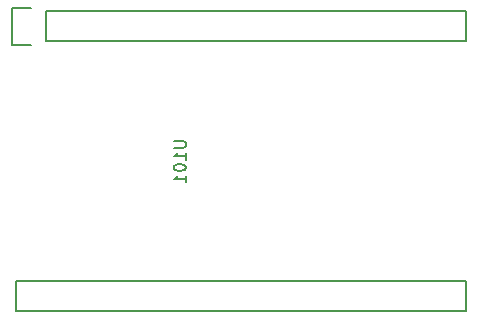
<source format=gbr>
G04 #@! TF.FileFunction,Legend,Bot*
%FSLAX46Y46*%
G04 Gerber Fmt 4.6, Leading zero omitted, Abs format (unit mm)*
G04 Created by KiCad (PCBNEW 4.0.2+dfsg1-stable) date sáb 03 jun 2017 08:22:58 CEST*
%MOMM*%
G01*
G04 APERTURE LIST*
%ADD10C,0.100000*%
%ADD11C,0.150000*%
G04 APERTURE END LIST*
D10*
D11*
X108470000Y-89530000D02*
X144030000Y-89530000D01*
X144030000Y-89530000D02*
X144030000Y-92070000D01*
X144030000Y-92070000D02*
X108470000Y-92070000D01*
X105650000Y-92350000D02*
X107200000Y-92350000D01*
X108470000Y-92070000D02*
X108470000Y-89530000D01*
X107200000Y-89250000D02*
X105650000Y-89250000D01*
X105650000Y-89250000D02*
X105650000Y-92350000D01*
X144030000Y-112390000D02*
X144030000Y-114930000D01*
X105930000Y-112390000D02*
X144030000Y-112390000D01*
X105930000Y-114930000D02*
X105930000Y-112390000D01*
X144030000Y-114930000D02*
X105930000Y-114930000D01*
X119332381Y-100515714D02*
X120141905Y-100515714D01*
X120237143Y-100563333D01*
X120284762Y-100610952D01*
X120332381Y-100706190D01*
X120332381Y-100896667D01*
X120284762Y-100991905D01*
X120237143Y-101039524D01*
X120141905Y-101087143D01*
X119332381Y-101087143D01*
X120332381Y-102087143D02*
X120332381Y-101515714D01*
X120332381Y-101801428D02*
X119332381Y-101801428D01*
X119475238Y-101706190D01*
X119570476Y-101610952D01*
X119618095Y-101515714D01*
X119332381Y-102706190D02*
X119332381Y-102801429D01*
X119380000Y-102896667D01*
X119427619Y-102944286D01*
X119522857Y-102991905D01*
X119713333Y-103039524D01*
X119951429Y-103039524D01*
X120141905Y-102991905D01*
X120237143Y-102944286D01*
X120284762Y-102896667D01*
X120332381Y-102801429D01*
X120332381Y-102706190D01*
X120284762Y-102610952D01*
X120237143Y-102563333D01*
X120141905Y-102515714D01*
X119951429Y-102468095D01*
X119713333Y-102468095D01*
X119522857Y-102515714D01*
X119427619Y-102563333D01*
X119380000Y-102610952D01*
X119332381Y-102706190D01*
X120332381Y-103991905D02*
X120332381Y-103420476D01*
X120332381Y-103706190D02*
X119332381Y-103706190D01*
X119475238Y-103610952D01*
X119570476Y-103515714D01*
X119618095Y-103420476D01*
M02*

</source>
